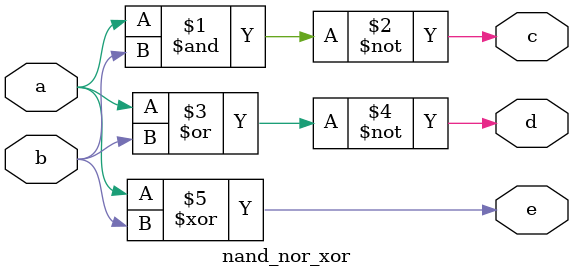
<source format=v>
`timescale 1ns / 1ps
module nand_nor_xor(
    input a,
    input b,
    output c,
    output d,
    output e
    );
nand(c,a,b);
nor(d,a,b);
xor(e,a,b);
endmodule

</source>
